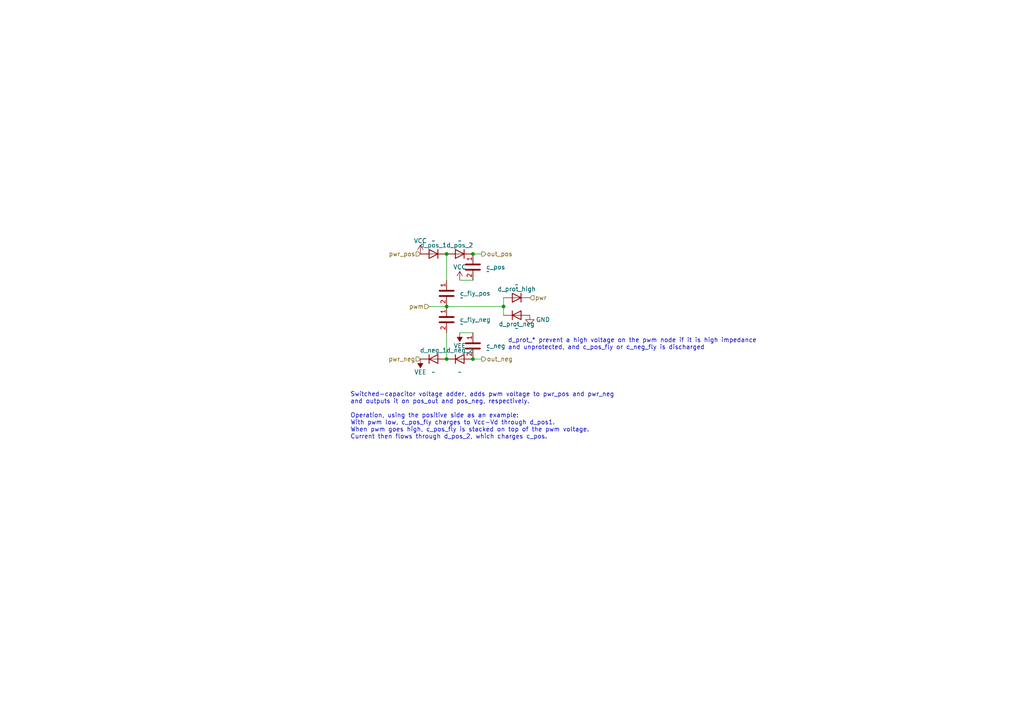
<source format=kicad_sch>
(kicad_sch (version 20230121) (generator eeschema)
  (paper "A4")
  (lib_symbols
    (symbol "C_1" (pin_names (offset 0.254))
      (property "Reference" "C" (at 0.635 2.54 0))
      (property "Value" "C" (at 0.635 -2.54 0))
      (symbol "C_1_0_1"
        (polyline (pts (xy -2.032 -0.762) (xy 2.032 -0.762)) (stroke (width 0.508)))
        (polyline (pts (xy -2.032 0.762) (xy 2.032 0.762)) (stroke (width 0.508)))
      )
      (symbol "C_1_1_1"
        (pin passive line (at 0 3.81 270) (length 2.794) (name "~") (number "1"))
        (pin passive line (at 0 -3.81 90) (length 2.794) (name "~") (number "2"))
      )
    )
    (symbol "C_2" (pin_names (offset 0.254))
      (property "Reference" "C" (at 0.635 2.54 0))
      (property "Value" "C" (at 0.635 -2.54 0))
      (symbol "C_2_0_1"
        (polyline (pts (xy -2.032 -0.762) (xy 2.032 -0.762)) (stroke (width 0.508)))
        (polyline (pts (xy -2.032 0.762) (xy 2.032 0.762)) (stroke (width 0.508)))
      )
      (symbol "C_2_1_1"
        (pin passive line (at 0 3.81 270) (length 2.794) (name "~") (number "1"))
        (pin passive line (at 0 -3.81 90) (length 2.794) (name "~") (number "2"))
      )
    )
    (symbol "C_3" (pin_names (offset 0.254))
      (property "Reference" "C" (at 0.635 2.54 0))
      (property "Value" "C" (at 0.635 -2.54 0))
      (symbol "C_3_0_1"
        (polyline (pts (xy -2.032 -0.762) (xy 2.032 -0.762)) (stroke (width 0.508)))
        (polyline (pts (xy -2.032 0.762) (xy 2.032 0.762)) (stroke (width 0.508)))
      )
      (symbol "C_3_1_1"
        (pin passive line (at 0 3.81 270) (length 2.794) (name "~") (number "1"))
        (pin passive line (at 0 -3.81 90) (length 2.794) (name "~") (number "2"))
      )
    )
    (symbol "Device:C" (pin_names (offset 0.254))
      (property "Reference" "C" (at 0.635 2.54 0))
      (property "Value" "C" (at 0.635 -2.54 0))
      (symbol "C_0_1"
        (polyline (pts (xy -2.032 -0.762) (xy 2.032 -0.762)) (stroke (width 0.508)))
        (polyline (pts (xy -2.032 0.762) (xy 2.032 0.762)) (stroke (width 0.508)))
      )
      (symbol "C_1_1"
        (pin passive line (at 0 3.81 270) (length 2.794) (name "~") (number "1"))
        (pin passive line (at 0 -3.81 90) (length 2.794) (name "~") (number "2"))
      )
    )
    (symbol "Device:D" (pin_numbers hide) (pin_names (offset 1.016) hide)
      (property "Reference" "D" (at 0 2.54 0))
      (property "Value" "D" (at 0 -2.54 0))
      (symbol "D_0_1"
        (polyline (pts (xy -1.27 1.27) (xy -1.27 -1.27)) (stroke (width 0.254)))
        (polyline (pts (xy 1.27 0) (xy -1.27 0)))
        (polyline (pts (xy 1.27 1.27) (xy 1.27 -1.27) (xy -1.27 0) (xy 1.27 1.27)) (stroke (width 0.254)))
      )
      (symbol "D_1_1"
        (pin passive line (at -3.81 0 0) (length 2.54) (name "K") (number "1"))
        (pin passive line (at 3.81 0 180) (length 2.54) (name "A") (number "2"))
      )
    )
    (symbol "power:GND" (power) (pin_names (offset 0))
      (property "Value" "GND" (at 0 -3.81 0))
      (symbol "GND_0_1"
        (polyline (pts (xy 0 0) (xy 0 -1.27) (xy 1.27 -1.27) (xy 0 -2.54) (xy -1.27 -1.27) (xy 0 -1.27)))
      )
      (symbol "GND_1_1"
        (pin power_in line (at 0 0 270) (length 0) hide (name "GND") (number "1"))
      )
    )
    (symbol "power:VCC" (power) (pin_names (offset 0))
      (property "Value" "VCC" (at 0 3.81 0))
      (symbol "VCC_0_1"
        (polyline (pts (xy -0.762 1.27) (xy 0 2.54)))
        (polyline (pts (xy 0 0) (xy 0 2.54)))
        (polyline (pts (xy 0 2.54) (xy 0.762 1.27)))
      )
      (symbol "VCC_1_1"
        (pin power_in line (at 0 0 90) (length 0) hide (name "VCC") (number "1"))
      )
    )
    (symbol "power:VEE" (power) (pin_names (offset 0))
      (property "Value" "VEE" (at 0 3.81 0))
      (symbol "VEE_0_1"
        (polyline (pts (xy 0 0) (xy 0 2.54)))
        (polyline (pts (xy 0.762 1.27) (xy -0.762 1.27) (xy 0 2.54) (xy 0.762 1.27)) (fill (type outline)))
      )
      (symbol "VEE_1_1"
        (pin power_in line (at 0 0 90) (length 0) hide (name "VEE") (number "1"))
      )
    )
  )
  (junction (at 146.05 88.9))
  (junction (at 137.16 73.66))
  (junction (at 129.54 88.9))
  (junction (at 129.54 104.14))
  (junction (at 129.54 73.66))
  (junction (at 137.16 104.14))
  (wire (pts (xy 133.35 81.28) (xy 137.16 81.28)))
  (wire (pts (xy 137.16 104.14) (xy 139.7 104.14)))
  (wire (pts (xy 129.54 73.66) (xy 129.54 81.28)))
  (wire (pts (xy 133.35 96.52) (xy 137.16 96.52)))
  (wire (pts (xy 146.05 88.9) (xy 146.05 86.36)))
  (wire (pts (xy 129.54 88.9) (xy 146.05 88.9)))
  (wire (pts (xy 146.05 88.9) (xy 146.05 91.44)))
  (wire (pts (xy 137.16 73.66) (xy 139.7 73.66)))
  (wire (pts (xy 129.54 96.52) (xy 129.54 104.14)))
  (wire (pts (xy 124.46 88.9) (xy 129.54 88.9)))
  (text "d_prot_* prevent a high voltage on the pwm node if it is high impedance\nand unprotected, and c_pos_fly or c_neg_fly is discharged" (at 147.32 101.6 0) (effects (font (size 1.27 1.27)) (justify left bottom)))
  (text "Switched-capacitor voltage adder, adds pwm voltage to pwr_pos and pwr_neg\nand outputs it on pos_out and pos_neg, respectively.\n\nOperation, using the positive side as an example:\nWith pwm low, c_pos_fly charges to Vcc-Vd through d_pos1.\nWhen pwm goes high, c_pos_fly is stacked on top of the pwm voltage.\nCurrent then flows through d_pos_2, which charges c_pos.\n\n" (at 101.6 129.54 0) (effects (font (size 1.27 1.27)) (justify left bottom)))
  (hierarchical_label "pwr_pos" (shape input) (at 121.92 73.66 180))
  (hierarchical_label "pwr" (shape input) (at 153.67 86.36 0))
  (hierarchical_label "out_neg" (shape output) (at 139.7 104.14 0))
  (hierarchical_label "pwm" (shape input) (at 124.46 88.9 180))
  (hierarchical_label "out_pos" (shape output) (at 139.7 73.66 0))
  (hierarchical_label "pwr_neg" (shape input) (at 121.92 104.14 180))
  (symbol (lib_id "Device:D") (at 125.73 73.66 180) (unit 1)
    (property "Reference" "d_pos_1" (at 125.73 71.12 0))
    (property "Value" "~" (at 125.73 69.85 0))
  )
  (symbol (lib_id "power:GND") (at 153.67 91.44 0) (unit 1)
    (property "Reference" "#PWR01" (effects hide))
    (property "Value" "GND" (at 157.48 92.71 0))
  )
  (symbol (lib_id "Device:D") (at 133.35 73.66 180) (unit 1)
    (property "Reference" "d_pos_2" (at 133.35 71.12 0))
    (property "Value" "~" (at 133.35 69.85 0))
  )
  (symbol (lib_name "C_1") (lib_id "Device:C") (at 129.54 92.71 0) (unit 1)
    (property "Reference" "c_fly_neg" (at 133.35 92.71 0) (effects (justify left)))
    (property "Value" "~" (at 133.35 93.98 0) (effects (justify left)))
  )
  (symbol (lib_name "C_3") (lib_id "Device:C") (at 137.16 77.47 0) (unit 1)
    (property "Reference" "c_pos" (at 140.97 77.47 0) (effects (justify left)))
    (property "Value" "~" (at 140.97 78.74 0) (effects (justify left)))
  )
  (symbol (lib_id "power:VCC") (at 121.92 73.66 0) (unit 1)
    (property "Reference" "#PWR02" (effects hide))
    (property "Value" "VCC" (at 121.92 69.85 0))
  )
  (symbol (lib_id "power:VCC") (at 133.35 81.28 0) (unit 1)
    (property "Reference" "#PWR03" (effects hide))
    (property "Value" "VCC" (at 133.35 77.47 0))
  )
  (symbol (lib_id "Device:C") (at 137.16 100.33 0) (unit 1)
    (property "Reference" "c_neg" (at 140.97 100.33 0) (effects (justify left)))
    (property "Value" "~" (at 140.97 101.6 0) (effects (justify left)))
  )
  (symbol (lib_name "C_2") (lib_id "Device:C") (at 129.54 85.09 0) (unit 1)
    (property "Reference" "c_fly_pos" (at 133.35 85.09 0) (effects (justify left)))
    (property "Value" "~" (at 133.35 86.36 0) (effects (justify left)))
  )
  (symbol (lib_id "Device:D") (at 149.86 86.36 180) (unit 1)
    (property "Reference" "d_prot_high" (at 149.86 83.82 0))
    (property "Value" "~" (at 149.86 82.55 0))
  )
  (symbol (lib_id "power:VEE") (at 121.92 104.14 180) (unit 1)
    (property "Reference" "#PWR04" (effects hide))
    (property "Value" "VEE" (at 121.92 107.95 0))
  )
  (symbol (lib_id "power:VEE") (at 133.35 96.52 180) (unit 1)
    (property "Reference" "#PWR05" (effects hide))
    (property "Value" "VEE" (at 133.35 100.33 0))
  )
  (symbol (lib_id "Device:D") (at 149.86 91.44 0) (unit 1)
    (property "Reference" "d_prot_neg" (at 149.86 93.98 0))
    (property "Value" "~" (at 149.86 95.25 0))
  )
  (symbol (lib_id "Device:D") (at 125.73 104.14 0) (unit 1)
    (property "Reference" "d_neg_1" (at 125.73 101.6 0))
    (property "Value" "~" (at 125.73 107.95 0))
  )
  (symbol (lib_id "Device:D") (at 133.35 104.14 0) (unit 1)
    (property "Reference" "d_neg_2" (at 133.35 101.6 0))
    (property "Value" "~" (at 133.35 107.95 0))
  )
)
</source>
